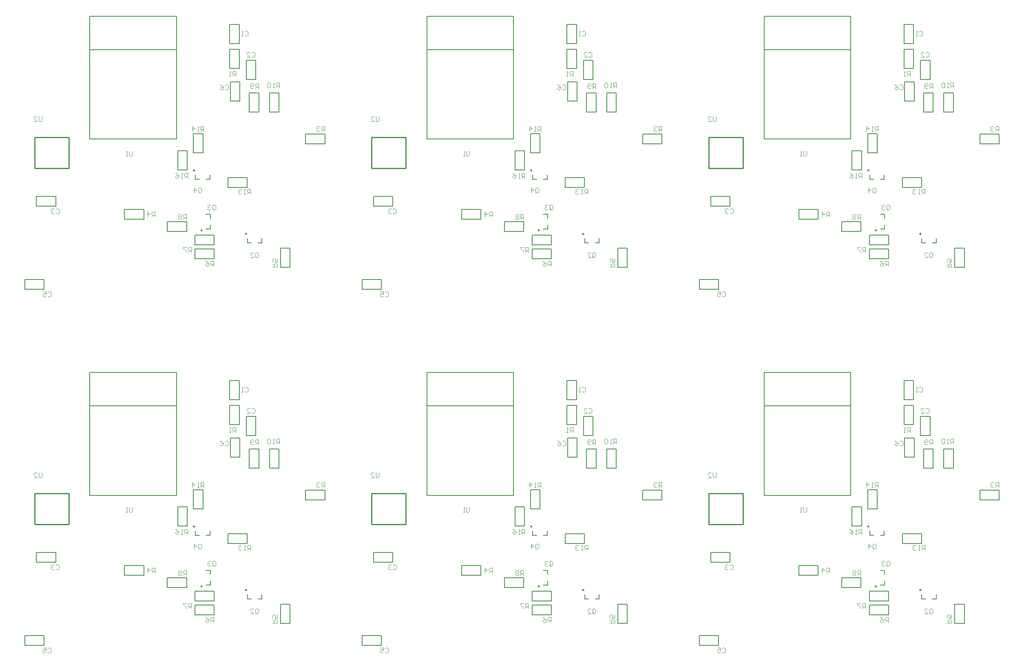
<source format=gbo>
G04 Layer_Color=32896*
%FSLAX25Y25*%
%MOIN*%
G70*
G01*
G75*
%ADD37C,0.00787*%
%ADD38C,0.01000*%
%ADD39C,0.00984*%
%ADD41C,0.00394*%
D37*
X451949Y582374D02*
X459823D01*
X451949Y598122D02*
X459823D01*
X451949Y582374D02*
Y598122D01*
X459823Y582374D02*
Y598122D01*
X293512Y496311D02*
Y504185D01*
X309260Y496311D02*
Y504185D01*
X293512D02*
X309260D01*
X293512Y496311D02*
X309260D01*
X299760Y428311D02*
Y436185D01*
X284012Y428311D02*
Y436185D01*
Y428311D02*
X299760D01*
X284012Y436185D02*
X299760D01*
X365512Y485811D02*
X381260D01*
X365512Y493685D02*
X381260D01*
Y485811D02*
Y493685D01*
X365512Y485811D02*
Y493685D01*
X337008Y551181D02*
Y651575D01*
Y551181D02*
X407874D01*
Y651575D01*
X337008D02*
X407874D01*
X337008Y624409D02*
X407874D01*
X464949Y615622D02*
X472823D01*
X464949Y599874D02*
X472823D01*
Y615622D01*
X464949Y599874D02*
Y615622D01*
X451449Y629374D02*
X459323D01*
X451449Y645122D02*
X459323D01*
X451449Y629374D02*
Y645122D01*
X459323Y629374D02*
Y645122D01*
X465980Y466492D02*
Y470035D01*
Y466492D02*
X469130D01*
X477791D02*
Y470035D01*
X474642Y466492D02*
X477791D01*
X432098Y477843D02*
X435642D01*
Y480992D01*
X432098Y489653D02*
X435642D01*
Y486504D02*
Y489653D01*
X451449Y608874D02*
Y624622D01*
X459323Y608874D02*
Y624622D01*
X451449Y608874D02*
X459323D01*
X451449Y624622D02*
X459323D01*
X529260Y547311D02*
Y555185D01*
X513512Y547311D02*
Y555185D01*
Y547311D02*
X529260D01*
X513512Y555185D02*
X529260D01*
X465760Y511811D02*
Y519685D01*
X450012Y511811D02*
Y519685D01*
Y511811D02*
X465760D01*
X450012Y519685D02*
X465760D01*
X421709Y539902D02*
X429583D01*
X421709Y555650D02*
X429583D01*
X421709Y539902D02*
Y555650D01*
X429583Y539902D02*
Y555650D01*
X492949Y446374D02*
X500823D01*
X492949Y462122D02*
X500823D01*
X492949Y446374D02*
Y462122D01*
X500823Y446374D02*
Y462122D01*
X423012Y464811D02*
Y472685D01*
X438760Y464811D02*
Y472685D01*
X423012D02*
X438760D01*
X423012Y464811D02*
X438760D01*
X400512Y475811D02*
Y483685D01*
X416260Y475811D02*
Y483685D01*
X400512D02*
X416260D01*
X400512Y475811D02*
X416260D01*
X438760Y453311D02*
Y461185D01*
X423012Y453311D02*
Y461185D01*
Y453311D02*
X438760D01*
X423012Y461185D02*
X438760D01*
X467449Y573374D02*
X475323D01*
X467449Y589122D02*
X475323D01*
X467449Y573374D02*
Y589122D01*
X475323Y573374D02*
Y589122D01*
X483949D02*
X491823D01*
X483949Y573374D02*
X491823D01*
Y589122D01*
X483949Y573374D02*
Y589122D01*
X408949Y525874D02*
X416823D01*
X408949Y541622D02*
X416823D01*
X408949Y525874D02*
Y541622D01*
X416823Y525874D02*
Y541622D01*
X423480Y518492D02*
Y522035D01*
Y518492D02*
X426630D01*
X435291D02*
Y522035D01*
X432142Y518492D02*
X435291D01*
X727539Y582374D02*
X735413D01*
X727539Y598122D02*
X735413D01*
X727539Y582374D02*
Y598122D01*
X735413Y582374D02*
Y598122D01*
X569102Y496311D02*
Y504185D01*
X584850Y496311D02*
Y504185D01*
X569102D02*
X584850D01*
X569102Y496311D02*
X584850D01*
X575350Y428311D02*
Y436185D01*
X559602Y428311D02*
Y436185D01*
Y428311D02*
X575350D01*
X559602Y436185D02*
X575350D01*
X641102Y485811D02*
X656850D01*
X641102Y493685D02*
X656850D01*
Y485811D02*
Y493685D01*
X641102Y485811D02*
Y493685D01*
X612598Y551181D02*
Y651575D01*
Y551181D02*
X683465D01*
Y651575D01*
X612598D02*
X683465D01*
X612598Y624409D02*
X683465D01*
X740539Y615622D02*
X748413D01*
X740539Y599874D02*
X748413D01*
Y615622D01*
X740539Y599874D02*
Y615622D01*
X727039Y629374D02*
X734913D01*
X727039Y645122D02*
X734913D01*
X727039Y629374D02*
Y645122D01*
X734913Y629374D02*
Y645122D01*
X741571Y466492D02*
Y470035D01*
Y466492D02*
X744721D01*
X753382D02*
Y470035D01*
X750232Y466492D02*
X753382D01*
X707689Y477843D02*
X711232D01*
Y480992D01*
X707689Y489653D02*
X711232D01*
Y486504D02*
Y489653D01*
X727039Y608874D02*
Y624622D01*
X734913Y608874D02*
Y624622D01*
X727039Y608874D02*
X734913D01*
X727039Y624622D02*
X734913D01*
X804850Y547311D02*
Y555185D01*
X789102Y547311D02*
Y555185D01*
Y547311D02*
X804850D01*
X789102Y555185D02*
X804850D01*
X741350Y511811D02*
Y519685D01*
X725602Y511811D02*
Y519685D01*
Y511811D02*
X741350D01*
X725602Y519685D02*
X741350D01*
X697299Y539902D02*
X705173D01*
X697299Y555650D02*
X705173D01*
X697299Y539902D02*
Y555650D01*
X705173Y539902D02*
Y555650D01*
X768539Y446374D02*
X776413D01*
X768539Y462122D02*
X776413D01*
X768539Y446374D02*
Y462122D01*
X776413Y446374D02*
Y462122D01*
X698602Y464811D02*
Y472685D01*
X714350Y464811D02*
Y472685D01*
X698602D02*
X714350D01*
X698602Y464811D02*
X714350D01*
X676102Y475811D02*
Y483685D01*
X691850Y475811D02*
Y483685D01*
X676102D02*
X691850D01*
X676102Y475811D02*
X691850D01*
X714350Y453311D02*
Y461185D01*
X698602Y453311D02*
Y461185D01*
Y453311D02*
X714350D01*
X698602Y461185D02*
X714350D01*
X743039Y573374D02*
X750913D01*
X743039Y589122D02*
X750913D01*
X743039Y573374D02*
Y589122D01*
X750913Y573374D02*
Y589122D01*
X759539D02*
X767413D01*
X759539Y573374D02*
X767413D01*
Y589122D01*
X759539Y573374D02*
Y589122D01*
X684539Y525874D02*
X692413D01*
X684539Y541622D02*
X692413D01*
X684539Y525874D02*
Y541622D01*
X692413Y525874D02*
Y541622D01*
X699071Y518492D02*
Y522035D01*
Y518492D02*
X702220D01*
X710882D02*
Y522035D01*
X707732Y518492D02*
X710882D01*
X1003130Y582374D02*
X1011004D01*
X1003130Y598122D02*
X1011004D01*
X1003130Y582374D02*
Y598122D01*
X1011004Y582374D02*
Y598122D01*
X844693Y496311D02*
Y504185D01*
X860441Y496311D02*
Y504185D01*
X844693D02*
X860441D01*
X844693Y496311D02*
X860441D01*
X850941Y428311D02*
Y436185D01*
X835193Y428311D02*
Y436185D01*
Y428311D02*
X850941D01*
X835193Y436185D02*
X850941D01*
X916693Y485811D02*
X932441D01*
X916693Y493685D02*
X932441D01*
Y485811D02*
Y493685D01*
X916693Y485811D02*
Y493685D01*
X888189Y551181D02*
Y651575D01*
Y551181D02*
X959055D01*
Y651575D01*
X888189D02*
X959055D01*
X888189Y624409D02*
X959055D01*
X1016130Y615622D02*
X1024004D01*
X1016130Y599874D02*
X1024004D01*
Y615622D01*
X1016130Y599874D02*
Y615622D01*
X1002630Y629374D02*
X1010504D01*
X1002630Y645122D02*
X1010504D01*
X1002630Y629374D02*
Y645122D01*
X1010504Y629374D02*
Y645122D01*
X1017161Y466492D02*
Y470035D01*
Y466492D02*
X1020311D01*
X1028972D02*
Y470035D01*
X1025823Y466492D02*
X1028972D01*
X983280Y477843D02*
X986823D01*
Y480992D01*
X983280Y489653D02*
X986823D01*
Y486504D02*
Y489653D01*
X1002630Y608874D02*
Y624622D01*
X1010504Y608874D02*
Y624622D01*
X1002630Y608874D02*
X1010504D01*
X1002630Y624622D02*
X1010504D01*
X1080441Y547311D02*
Y555185D01*
X1064693Y547311D02*
Y555185D01*
Y547311D02*
X1080441D01*
X1064693Y555185D02*
X1080441D01*
X1016941Y511811D02*
Y519685D01*
X1001193Y511811D02*
Y519685D01*
Y511811D02*
X1016941D01*
X1001193Y519685D02*
X1016941D01*
X972890Y539902D02*
X980764D01*
X972890Y555650D02*
X980764D01*
X972890Y539902D02*
Y555650D01*
X980764Y539902D02*
Y555650D01*
X1044130Y446374D02*
X1052004D01*
X1044130Y462122D02*
X1052004D01*
X1044130Y446374D02*
Y462122D01*
X1052004Y446374D02*
Y462122D01*
X974193Y464811D02*
Y472685D01*
X989941Y464811D02*
Y472685D01*
X974193D02*
X989941D01*
X974193Y464811D02*
X989941D01*
X951693Y475811D02*
Y483685D01*
X967441Y475811D02*
Y483685D01*
X951693D02*
X967441D01*
X951693Y475811D02*
X967441D01*
X989941Y453311D02*
Y461185D01*
X974193Y453311D02*
Y461185D01*
Y453311D02*
X989941D01*
X974193Y461185D02*
X989941D01*
X1018630Y573374D02*
X1026504D01*
X1018630Y589122D02*
X1026504D01*
X1018630Y573374D02*
Y589122D01*
X1026504Y573374D02*
Y589122D01*
X1035130D02*
X1043004D01*
X1035130Y573374D02*
X1043004D01*
Y589122D01*
X1035130Y573374D02*
Y589122D01*
X960130Y525874D02*
X968004D01*
X960130Y541622D02*
X968004D01*
X960130Y525874D02*
Y541622D01*
X968004Y525874D02*
Y541622D01*
X974661Y518492D02*
Y522035D01*
Y518492D02*
X977811D01*
X986472D02*
Y522035D01*
X983323Y518492D02*
X986472D01*
X451949Y873713D02*
X459823D01*
X451949Y889461D02*
X459823D01*
X451949Y873713D02*
Y889461D01*
X459823Y873713D02*
Y889461D01*
X293512Y787650D02*
Y795524D01*
X309260Y787650D02*
Y795524D01*
X293512D02*
X309260D01*
X293512Y787650D02*
X309260D01*
X299760Y719650D02*
Y727524D01*
X284012Y719650D02*
Y727524D01*
Y719650D02*
X299760D01*
X284012Y727524D02*
X299760D01*
X365512Y777150D02*
X381260D01*
X365512Y785024D02*
X381260D01*
Y777150D02*
Y785024D01*
X365512Y777150D02*
Y785024D01*
X337008Y842520D02*
Y942913D01*
Y842520D02*
X407874D01*
Y942913D01*
X337008D02*
X407874D01*
X337008Y915748D02*
X407874D01*
X464949Y906961D02*
X472823D01*
X464949Y891213D02*
X472823D01*
Y906961D01*
X464949Y891213D02*
Y906961D01*
X451449Y920713D02*
X459323D01*
X451449Y936461D02*
X459323D01*
X451449Y920713D02*
Y936461D01*
X459323Y920713D02*
Y936461D01*
X465980Y757831D02*
Y761374D01*
Y757831D02*
X469130D01*
X477791D02*
Y761374D01*
X474642Y757831D02*
X477791D01*
X432098Y769181D02*
X435642D01*
Y772331D01*
X432098Y780992D02*
X435642D01*
Y777843D02*
Y780992D01*
X451449Y900213D02*
Y915961D01*
X459323Y900213D02*
Y915961D01*
X451449Y900213D02*
X459323D01*
X451449Y915961D02*
X459323D01*
X529260Y838650D02*
Y846524D01*
X513512Y838650D02*
Y846524D01*
Y838650D02*
X529260D01*
X513512Y846524D02*
X529260D01*
X465760Y803150D02*
Y811024D01*
X450012Y803150D02*
Y811024D01*
Y803150D02*
X465760D01*
X450012Y811024D02*
X465760D01*
X421709Y831240D02*
X429583D01*
X421709Y846988D02*
X429583D01*
X421709Y831240D02*
Y846988D01*
X429583Y831240D02*
Y846988D01*
X492949Y737713D02*
X500823D01*
X492949Y753461D02*
X500823D01*
X492949Y737713D02*
Y753461D01*
X500823Y737713D02*
Y753461D01*
X423012Y756150D02*
Y764024D01*
X438760Y756150D02*
Y764024D01*
X423012D02*
X438760D01*
X423012Y756150D02*
X438760D01*
X400512Y767150D02*
Y775024D01*
X416260Y767150D02*
Y775024D01*
X400512D02*
X416260D01*
X400512Y767150D02*
X416260D01*
X438760Y744650D02*
Y752524D01*
X423012Y744650D02*
Y752524D01*
Y744650D02*
X438760D01*
X423012Y752524D02*
X438760D01*
X467449Y864713D02*
X475323D01*
X467449Y880461D02*
X475323D01*
X467449Y864713D02*
Y880461D01*
X475323Y864713D02*
Y880461D01*
X483949D02*
X491823D01*
X483949Y864713D02*
X491823D01*
Y880461D01*
X483949Y864713D02*
Y880461D01*
X408949Y817213D02*
X416823D01*
X408949Y832961D02*
X416823D01*
X408949Y817213D02*
Y832961D01*
X416823Y817213D02*
Y832961D01*
X423480Y809831D02*
Y813374D01*
Y809831D02*
X426630D01*
X435291D02*
Y813374D01*
X432142Y809831D02*
X435291D01*
X727539Y873713D02*
X735413D01*
X727539Y889461D02*
X735413D01*
X727539Y873713D02*
Y889461D01*
X735413Y873713D02*
Y889461D01*
X569102Y787650D02*
Y795524D01*
X584850Y787650D02*
Y795524D01*
X569102D02*
X584850D01*
X569102Y787650D02*
X584850D01*
X575350Y719650D02*
Y727524D01*
X559602Y719650D02*
Y727524D01*
Y719650D02*
X575350D01*
X559602Y727524D02*
X575350D01*
X641102Y777150D02*
X656850D01*
X641102Y785024D02*
X656850D01*
Y777150D02*
Y785024D01*
X641102Y777150D02*
Y785024D01*
X612598Y842520D02*
Y942913D01*
Y842520D02*
X683465D01*
Y942913D01*
X612598D02*
X683465D01*
X612598Y915748D02*
X683465D01*
X740539Y906961D02*
X748413D01*
X740539Y891213D02*
X748413D01*
Y906961D01*
X740539Y891213D02*
Y906961D01*
X727039Y920713D02*
X734913D01*
X727039Y936461D02*
X734913D01*
X727039Y920713D02*
Y936461D01*
X734913Y920713D02*
Y936461D01*
X741571Y757831D02*
Y761374D01*
Y757831D02*
X744721D01*
X753382D02*
Y761374D01*
X750232Y757831D02*
X753382D01*
X707689Y769181D02*
X711232D01*
Y772331D01*
X707689Y780992D02*
X711232D01*
Y777843D02*
Y780992D01*
X727039Y900213D02*
Y915961D01*
X734913Y900213D02*
Y915961D01*
X727039Y900213D02*
X734913D01*
X727039Y915961D02*
X734913D01*
X804850Y838650D02*
Y846524D01*
X789102Y838650D02*
Y846524D01*
Y838650D02*
X804850D01*
X789102Y846524D02*
X804850D01*
X741350Y803150D02*
Y811024D01*
X725602Y803150D02*
Y811024D01*
Y803150D02*
X741350D01*
X725602Y811024D02*
X741350D01*
X697299Y831240D02*
X705173D01*
X697299Y846988D02*
X705173D01*
X697299Y831240D02*
Y846988D01*
X705173Y831240D02*
Y846988D01*
X768539Y737713D02*
X776413D01*
X768539Y753461D02*
X776413D01*
X768539Y737713D02*
Y753461D01*
X776413Y737713D02*
Y753461D01*
X698602Y756150D02*
Y764024D01*
X714350Y756150D02*
Y764024D01*
X698602D02*
X714350D01*
X698602Y756150D02*
X714350D01*
X676102Y767150D02*
Y775024D01*
X691850Y767150D02*
Y775024D01*
X676102D02*
X691850D01*
X676102Y767150D02*
X691850D01*
X714350Y744650D02*
Y752524D01*
X698602Y744650D02*
Y752524D01*
Y744650D02*
X714350D01*
X698602Y752524D02*
X714350D01*
X743039Y864713D02*
X750913D01*
X743039Y880461D02*
X750913D01*
X743039Y864713D02*
Y880461D01*
X750913Y864713D02*
Y880461D01*
X759539D02*
X767413D01*
X759539Y864713D02*
X767413D01*
Y880461D01*
X759539Y864713D02*
Y880461D01*
X684539Y817213D02*
X692413D01*
X684539Y832961D02*
X692413D01*
X684539Y817213D02*
Y832961D01*
X692413Y817213D02*
Y832961D01*
X699071Y809831D02*
Y813374D01*
Y809831D02*
X702220D01*
X710882D02*
Y813374D01*
X707732Y809831D02*
X710882D01*
X1003130Y873713D02*
X1011004D01*
X1003130Y889461D02*
X1011004D01*
X1003130Y873713D02*
Y889461D01*
X1011004Y873713D02*
Y889461D01*
X844693Y787650D02*
Y795524D01*
X860441Y787650D02*
Y795524D01*
X844693D02*
X860441D01*
X844693Y787650D02*
X860441D01*
X850941Y719650D02*
Y727524D01*
X835193Y719650D02*
Y727524D01*
Y719650D02*
X850941D01*
X835193Y727524D02*
X850941D01*
X916693Y777150D02*
X932441D01*
X916693Y785024D02*
X932441D01*
Y777150D02*
Y785024D01*
X916693Y777150D02*
Y785024D01*
X888189Y842520D02*
Y942913D01*
Y842520D02*
X959055D01*
Y942913D01*
X888189D02*
X959055D01*
X888189Y915748D02*
X959055D01*
X1016130Y906961D02*
X1024004D01*
X1016130Y891213D02*
X1024004D01*
Y906961D01*
X1016130Y891213D02*
Y906961D01*
X1002630Y920713D02*
X1010504D01*
X1002630Y936461D02*
X1010504D01*
X1002630Y920713D02*
Y936461D01*
X1010504Y920713D02*
Y936461D01*
X1017161Y757831D02*
Y761374D01*
Y757831D02*
X1020311D01*
X1028972D02*
Y761374D01*
X1025823Y757831D02*
X1028972D01*
X983280Y769181D02*
X986823D01*
Y772331D01*
X983280Y780992D02*
X986823D01*
Y777843D02*
Y780992D01*
X1002630Y900213D02*
Y915961D01*
X1010504Y900213D02*
Y915961D01*
X1002630Y900213D02*
X1010504D01*
X1002630Y915961D02*
X1010504D01*
X1080441Y838650D02*
Y846524D01*
X1064693Y838650D02*
Y846524D01*
Y838650D02*
X1080441D01*
X1064693Y846524D02*
X1080441D01*
X1016941Y803150D02*
Y811024D01*
X1001193Y803150D02*
Y811024D01*
Y803150D02*
X1016941D01*
X1001193Y811024D02*
X1016941D01*
X972890Y831240D02*
X980764D01*
X972890Y846988D02*
X980764D01*
X972890Y831240D02*
Y846988D01*
X980764Y831240D02*
Y846988D01*
X1044130Y737713D02*
X1052004D01*
X1044130Y753461D02*
X1052004D01*
X1044130Y737713D02*
Y753461D01*
X1052004Y737713D02*
Y753461D01*
X974193Y756150D02*
Y764024D01*
X989941Y756150D02*
Y764024D01*
X974193D02*
X989941D01*
X974193Y756150D02*
X989941D01*
X951693Y767150D02*
Y775024D01*
X967441Y767150D02*
Y775024D01*
X951693D02*
X967441D01*
X951693Y767150D02*
X967441D01*
X989941Y744650D02*
Y752524D01*
X974193Y744650D02*
Y752524D01*
Y744650D02*
X989941D01*
X974193Y752524D02*
X989941D01*
X1018630Y864713D02*
X1026504D01*
X1018630Y880461D02*
X1026504D01*
X1018630Y864713D02*
Y880461D01*
X1026504Y864713D02*
Y880461D01*
X1035130D02*
X1043004D01*
X1035130Y864713D02*
X1043004D01*
Y880461D01*
X1035130Y864713D02*
Y880461D01*
X960130Y817213D02*
X968004D01*
X960130Y832961D02*
X968004D01*
X960130Y817213D02*
Y832961D01*
X968004Y817213D02*
Y832961D01*
X974661Y809831D02*
Y813374D01*
Y809831D02*
X977811D01*
X986472D02*
Y813374D01*
X983323Y809831D02*
X986472D01*
D38*
X291886Y552748D02*
X319886D01*
X291886Y527248D02*
Y552748D01*
Y527248D02*
X319886D01*
Y552748D01*
X567476D02*
X595476D01*
X567476Y527248D02*
Y552748D01*
Y527248D02*
X595476D01*
Y552748D01*
X843067D02*
X871067D01*
X843067Y527248D02*
Y552748D01*
Y527248D02*
X871067D01*
Y552748D01*
X291886Y844087D02*
X319886D01*
X291886Y818587D02*
Y844087D01*
Y818587D02*
X319886D01*
Y844087D01*
X567476D02*
X595476D01*
X567476Y818587D02*
Y844087D01*
Y818587D02*
X595476D01*
Y844087D01*
X843067D02*
X871067D01*
X843067Y818587D02*
Y844087D01*
Y818587D02*
X871067D01*
Y844087D01*
D39*
X465291Y473677D02*
G03*
X465291Y473677I-492J0D01*
G01*
X428949Y476661D02*
G03*
X428949Y476661I-492J0D01*
G01*
X422791Y525677D02*
G03*
X422791Y525677I-492J0D01*
G01*
X740882Y473677D02*
G03*
X740882Y473677I-492J0D01*
G01*
X704539Y476661D02*
G03*
X704539Y476661I-492J0D01*
G01*
X698382Y525677D02*
G03*
X698382Y525677I-492J0D01*
G01*
X1016472Y473677D02*
G03*
X1016472Y473677I-492J0D01*
G01*
X980130Y476661D02*
G03*
X980130Y476661I-492J0D01*
G01*
X973972Y525677D02*
G03*
X973972Y525677I-492J0D01*
G01*
X465291Y765016D02*
G03*
X465291Y765016I-492J0D01*
G01*
X428949Y768000D02*
G03*
X428949Y768000I-492J0D01*
G01*
X422791Y817016D02*
G03*
X422791Y817016I-492J0D01*
G01*
X740882Y765016D02*
G03*
X740882Y765016I-492J0D01*
G01*
X704539Y768000D02*
G03*
X704539Y768000I-492J0D01*
G01*
X698382Y817016D02*
G03*
X698382Y817016I-492J0D01*
G01*
X1016472Y765016D02*
G03*
X1016472Y765016I-492J0D01*
G01*
X980130Y768000D02*
G03*
X980130Y768000I-492J0D01*
G01*
X973972Y817016D02*
G03*
X973972Y817016I-492J0D01*
G01*
D41*
X447762Y595028D02*
X448418Y595684D01*
X449730D01*
X450386Y595028D01*
Y592404D01*
X449730Y591748D01*
X448418D01*
X447762Y592404D01*
X443826Y595684D02*
X445138Y595028D01*
X446450Y593716D01*
Y592404D01*
X445794Y591748D01*
X444482D01*
X443826Y592404D01*
Y593060D01*
X444482Y593716D01*
X446450D01*
X371886Y541184D02*
Y537904D01*
X371230Y537248D01*
X369918D01*
X369262Y537904D01*
Y541184D01*
X367950Y537248D02*
X366638D01*
X367294D01*
Y541184D01*
X367950Y540528D01*
X491886Y593248D02*
Y597184D01*
X489918D01*
X489262Y596528D01*
Y595216D01*
X489918Y594560D01*
X491886D01*
X490574D02*
X489262Y593248D01*
X487950D02*
X486638D01*
X487294D01*
Y597184D01*
X487950Y596528D01*
X484670D02*
X484014Y597184D01*
X482702D01*
X482047Y596528D01*
Y593904D01*
X482702Y593248D01*
X484014D01*
X484670Y593904D01*
Y596528D01*
X390386Y487748D02*
Y491684D01*
X388418D01*
X387762Y491028D01*
Y489716D01*
X388418Y489060D01*
X390386D01*
X389074D02*
X387762Y487748D01*
X384482D02*
Y491684D01*
X386450Y489716D01*
X383826D01*
X302762Y425528D02*
X303418Y426184D01*
X304730D01*
X305386Y425528D01*
Y422904D01*
X304730Y422248D01*
X303418D01*
X302762Y422904D01*
X298826Y426184D02*
X301450D01*
Y424216D01*
X300138Y424872D01*
X299482D01*
X298826Y424216D01*
Y422904D01*
X299482Y422248D01*
X300794D01*
X301450Y422904D01*
X309262Y493528D02*
X309918Y494184D01*
X311230D01*
X311886Y493528D01*
Y490904D01*
X311230Y490248D01*
X309918D01*
X309262Y490904D01*
X307950Y493528D02*
X307294Y494184D01*
X305982D01*
X305326Y493528D01*
Y492872D01*
X305982Y492216D01*
X306638D01*
X305982D01*
X305326Y491560D01*
Y490904D01*
X305982Y490248D01*
X307294D01*
X307950Y490904D01*
X469262Y621528D02*
X469918Y622184D01*
X471230D01*
X471886Y621528D01*
Y618904D01*
X471230Y618248D01*
X469918D01*
X469262Y618904D01*
X465326Y618248D02*
X467950D01*
X465326Y620872D01*
Y621528D01*
X465982Y622184D01*
X467294D01*
X467950Y621528D01*
X463762Y639028D02*
X464418Y639684D01*
X465730D01*
X466386Y639028D01*
Y636404D01*
X465730Y635748D01*
X464418D01*
X463762Y636404D01*
X462450Y635748D02*
X461138D01*
X461794D01*
Y639684D01*
X462450Y639028D01*
X472262Y454904D02*
Y457528D01*
X472918Y458184D01*
X474230D01*
X474886Y457528D01*
Y454904D01*
X474230Y454248D01*
X472918D01*
X473574Y455560D02*
X472262Y454248D01*
X472918D02*
X472262Y454904D01*
X468326Y454248D02*
X470950D01*
X468326Y456872D01*
Y457528D01*
X468982Y458184D01*
X470294D01*
X470950Y457528D01*
X437262Y493904D02*
Y496528D01*
X437918Y497184D01*
X439230D01*
X439886Y496528D01*
Y493904D01*
X439230Y493248D01*
X437918D01*
X438574Y494560D02*
X437262Y493248D01*
X437918D02*
X437262Y493904D01*
X435950Y496528D02*
X435294Y497184D01*
X433982D01*
X433326Y496528D01*
Y495872D01*
X433982Y495216D01*
X434638D01*
X433982D01*
X433326Y494560D01*
Y493904D01*
X433982Y493248D01*
X435294D01*
X435950Y493904D01*
X456386Y602748D02*
Y606684D01*
X454418D01*
X453762Y606028D01*
Y604716D01*
X454418Y604060D01*
X456386D01*
X455074D02*
X453762Y602748D01*
X452450D02*
X451138D01*
X451794D01*
Y606684D01*
X452450Y606028D01*
X528886Y557748D02*
Y561684D01*
X526918D01*
X526262Y561028D01*
Y559716D01*
X526918Y559060D01*
X528886D01*
X527574D02*
X526262Y557748D01*
X524950Y561028D02*
X524294Y561684D01*
X522982D01*
X522326Y561028D01*
Y560372D01*
X522982Y559716D01*
X523638D01*
X522982D01*
X522326Y559060D01*
Y558404D01*
X522982Y557748D01*
X524294D01*
X524950Y558404D01*
X468386Y506248D02*
Y510184D01*
X466418D01*
X465762Y509528D01*
Y508216D01*
X466418Y507560D01*
X468386D01*
X467074D02*
X465762Y506248D01*
X464450D02*
X463138D01*
X463794D01*
Y510184D01*
X464450Y509528D01*
X461170D02*
X460514Y510184D01*
X459202D01*
X458546Y509528D01*
Y508872D01*
X459202Y508216D01*
X459858D01*
X459202D01*
X458546Y507560D01*
Y506904D01*
X459202Y506248D01*
X460514D01*
X461170Y506904D01*
X430146Y557776D02*
Y561711D01*
X428178D01*
X427522Y561055D01*
Y559743D01*
X428178Y559088D01*
X430146D01*
X428834D02*
X427522Y557776D01*
X426210D02*
X424898D01*
X425554D01*
Y561711D01*
X426210Y561055D01*
X420962Y557776D02*
Y561711D01*
X422930Y559743D01*
X420306D01*
X474886Y592748D02*
Y596684D01*
X472918D01*
X472262Y596028D01*
Y594716D01*
X472918Y594060D01*
X474886D01*
X473574D02*
X472262Y592748D01*
X470950Y593404D02*
X470294Y592748D01*
X468982D01*
X468326Y593404D01*
Y596028D01*
X468982Y596684D01*
X470294D01*
X470950Y596028D01*
Y595372D01*
X470294Y594716D01*
X468326D01*
X486386Y446776D02*
X490322D01*
Y448743D01*
X489666Y449399D01*
X488354D01*
X487698Y448743D01*
Y446776D01*
Y448088D02*
X486386Y449399D01*
X490322Y453335D02*
Y450711D01*
X488354D01*
X489010Y452023D01*
Y452679D01*
X488354Y453335D01*
X487042D01*
X486386Y452679D01*
Y451367D01*
X487042Y450711D01*
X419886Y458748D02*
Y462684D01*
X417918D01*
X417262Y462028D01*
Y460716D01*
X417918Y460060D01*
X419886D01*
X418574D02*
X417262Y458748D01*
X415950Y462684D02*
X413326D01*
Y462028D01*
X415950Y459404D01*
Y458748D01*
X415886Y485748D02*
Y489684D01*
X413918D01*
X413262Y489028D01*
Y487716D01*
X413918Y487060D01*
X415886D01*
X414574D02*
X413262Y485748D01*
X411950Y489028D02*
X411294Y489684D01*
X409982D01*
X409326Y489028D01*
Y488372D01*
X409982Y487716D01*
X409326Y487060D01*
Y486404D01*
X409982Y485748D01*
X411294D01*
X411950Y486404D01*
Y487060D01*
X411294Y487716D01*
X411950Y488372D01*
Y489028D01*
X411294Y487716D02*
X409982D01*
X438386Y447248D02*
Y451184D01*
X436418D01*
X435762Y450528D01*
Y449216D01*
X436418Y448560D01*
X438386D01*
X437074D02*
X435762Y447248D01*
X431826Y451184D02*
X433138Y450528D01*
X434450Y449216D01*
Y447904D01*
X433794Y447248D01*
X432482D01*
X431826Y447904D01*
Y448560D01*
X432482Y449216D01*
X434450D01*
X425762Y507904D02*
Y510528D01*
X426418Y511184D01*
X427730D01*
X428386Y510528D01*
Y507904D01*
X427730Y507248D01*
X426418D01*
X427074Y508560D02*
X425762Y507248D01*
X426418D02*
X425762Y507904D01*
X422482Y507248D02*
Y511184D01*
X424450Y509216D01*
X421826D01*
X416886Y519248D02*
Y523184D01*
X414918D01*
X414262Y522528D01*
Y521216D01*
X414918Y520560D01*
X416886D01*
X415574D02*
X414262Y519248D01*
X412950D02*
X411638D01*
X412294D01*
Y523184D01*
X412950Y522528D01*
X407047Y523184D02*
X408358Y522528D01*
X409670Y521216D01*
Y519904D01*
X409014Y519248D01*
X407702D01*
X407047Y519904D01*
Y520560D01*
X407702Y521216D01*
X409670D01*
X297886Y569684D02*
Y566404D01*
X297230Y565748D01*
X295918D01*
X295262Y566404D01*
Y569684D01*
X291326Y565748D02*
X293950D01*
X291326Y568372D01*
Y569028D01*
X291982Y569684D01*
X293294D01*
X293950Y569028D01*
X723353Y595028D02*
X724009Y595684D01*
X725320D01*
X725976Y595028D01*
Y592404D01*
X725320Y591748D01*
X724009D01*
X723353Y592404D01*
X719417Y595684D02*
X720729Y595028D01*
X722041Y593716D01*
Y592404D01*
X721385Y591748D01*
X720073D01*
X719417Y592404D01*
Y593060D01*
X720073Y593716D01*
X722041D01*
X647476Y541184D02*
Y537904D01*
X646820Y537248D01*
X645508D01*
X644853Y537904D01*
Y541184D01*
X643541Y537248D02*
X642229D01*
X642885D01*
Y541184D01*
X643541Y540528D01*
X767476Y593248D02*
Y597184D01*
X765509D01*
X764853Y596528D01*
Y595216D01*
X765509Y594560D01*
X767476D01*
X766164D02*
X764853Y593248D01*
X763541D02*
X762229D01*
X762885D01*
Y597184D01*
X763541Y596528D01*
X760261D02*
X759605Y597184D01*
X758293D01*
X757637Y596528D01*
Y593904D01*
X758293Y593248D01*
X759605D01*
X760261Y593904D01*
Y596528D01*
X665976Y487748D02*
Y491684D01*
X664009D01*
X663353Y491028D01*
Y489716D01*
X664009Y489060D01*
X665976D01*
X664665D02*
X663353Y487748D01*
X660073D02*
Y491684D01*
X662041Y489716D01*
X659417D01*
X578353Y425528D02*
X579008Y426184D01*
X580320D01*
X580976Y425528D01*
Y422904D01*
X580320Y422248D01*
X579008D01*
X578353Y422904D01*
X574417Y426184D02*
X577041D01*
Y424216D01*
X575729Y424872D01*
X575073D01*
X574417Y424216D01*
Y422904D01*
X575073Y422248D01*
X576385D01*
X577041Y422904D01*
X584853Y493528D02*
X585508Y494184D01*
X586820D01*
X587476Y493528D01*
Y490904D01*
X586820Y490248D01*
X585508D01*
X584853Y490904D01*
X583541Y493528D02*
X582885Y494184D01*
X581573D01*
X580917Y493528D01*
Y492872D01*
X581573Y492216D01*
X582229D01*
X581573D01*
X580917Y491560D01*
Y490904D01*
X581573Y490248D01*
X582885D01*
X583541Y490904D01*
X744853Y621528D02*
X745508Y622184D01*
X746820D01*
X747476Y621528D01*
Y618904D01*
X746820Y618248D01*
X745508D01*
X744853Y618904D01*
X740917Y618248D02*
X743541D01*
X740917Y620872D01*
Y621528D01*
X741573Y622184D01*
X742885D01*
X743541Y621528D01*
X739353Y639028D02*
X740008Y639684D01*
X741320D01*
X741976Y639028D01*
Y636404D01*
X741320Y635748D01*
X740008D01*
X739353Y636404D01*
X738041Y635748D02*
X736729D01*
X737385D01*
Y639684D01*
X738041Y639028D01*
X747853Y454904D02*
Y457528D01*
X748509Y458184D01*
X749820D01*
X750476Y457528D01*
Y454904D01*
X749820Y454248D01*
X748509D01*
X749164Y455560D02*
X747853Y454248D01*
X748509D02*
X747853Y454904D01*
X743917Y454248D02*
X746541D01*
X743917Y456872D01*
Y457528D01*
X744573Y458184D01*
X745885D01*
X746541Y457528D01*
X712853Y493904D02*
Y496528D01*
X713509Y497184D01*
X714820D01*
X715476Y496528D01*
Y493904D01*
X714820Y493248D01*
X713509D01*
X714164Y494560D02*
X712853Y493248D01*
X713509D02*
X712853Y493904D01*
X711541Y496528D02*
X710885Y497184D01*
X709573D01*
X708917Y496528D01*
Y495872D01*
X709573Y495216D01*
X710229D01*
X709573D01*
X708917Y494560D01*
Y493904D01*
X709573Y493248D01*
X710885D01*
X711541Y493904D01*
X731976Y602748D02*
Y606684D01*
X730009D01*
X729353Y606028D01*
Y604716D01*
X730009Y604060D01*
X731976D01*
X730664D02*
X729353Y602748D01*
X728041D02*
X726729D01*
X727385D01*
Y606684D01*
X728041Y606028D01*
X804476Y557748D02*
Y561684D01*
X802509D01*
X801853Y561028D01*
Y559716D01*
X802509Y559060D01*
X804476D01*
X803164D02*
X801853Y557748D01*
X800541Y561028D02*
X799885Y561684D01*
X798573D01*
X797917Y561028D01*
Y560372D01*
X798573Y559716D01*
X799229D01*
X798573D01*
X797917Y559060D01*
Y558404D01*
X798573Y557748D01*
X799885D01*
X800541Y558404D01*
X743976Y506248D02*
Y510184D01*
X742008D01*
X741353Y509528D01*
Y508216D01*
X742008Y507560D01*
X743976D01*
X742664D02*
X741353Y506248D01*
X740041D02*
X738729D01*
X739385D01*
Y510184D01*
X740041Y509528D01*
X736761D02*
X736105Y510184D01*
X734793D01*
X734137Y509528D01*
Y508872D01*
X734793Y508216D01*
X735449D01*
X734793D01*
X734137Y507560D01*
Y506904D01*
X734793Y506248D01*
X736105D01*
X736761Y506904D01*
X705736Y557776D02*
Y561711D01*
X703768D01*
X703112Y561055D01*
Y559743D01*
X703768Y559088D01*
X705736D01*
X704424D02*
X703112Y557776D01*
X701800D02*
X700489D01*
X701145D01*
Y561711D01*
X701800Y561055D01*
X696553Y557776D02*
Y561711D01*
X698521Y559743D01*
X695897D01*
X750476Y592748D02*
Y596684D01*
X748509D01*
X747853Y596028D01*
Y594716D01*
X748509Y594060D01*
X750476D01*
X749164D02*
X747853Y592748D01*
X746541Y593404D02*
X745885Y592748D01*
X744573D01*
X743917Y593404D01*
Y596028D01*
X744573Y596684D01*
X745885D01*
X746541Y596028D01*
Y595372D01*
X745885Y594716D01*
X743917D01*
X761976Y446776D02*
X765912D01*
Y448743D01*
X765256Y449399D01*
X763944D01*
X763288Y448743D01*
Y446776D01*
Y448088D02*
X761976Y449399D01*
X765912Y453335D02*
Y450711D01*
X763944D01*
X764600Y452023D01*
Y452679D01*
X763944Y453335D01*
X762632D01*
X761976Y452679D01*
Y451367D01*
X762632Y450711D01*
X695476Y458748D02*
Y462684D01*
X693508D01*
X692853Y462028D01*
Y460716D01*
X693508Y460060D01*
X695476D01*
X694165D02*
X692853Y458748D01*
X691541Y462684D02*
X688917D01*
Y462028D01*
X691541Y459404D01*
Y458748D01*
X691476Y485748D02*
Y489684D01*
X689508D01*
X688853Y489028D01*
Y487716D01*
X689508Y487060D01*
X691476D01*
X690165D02*
X688853Y485748D01*
X687541Y489028D02*
X686885Y489684D01*
X685573D01*
X684917Y489028D01*
Y488372D01*
X685573Y487716D01*
X684917Y487060D01*
Y486404D01*
X685573Y485748D01*
X686885D01*
X687541Y486404D01*
Y487060D01*
X686885Y487716D01*
X687541Y488372D01*
Y489028D01*
X686885Y487716D02*
X685573D01*
X713976Y447248D02*
Y451184D01*
X712008D01*
X711353Y450528D01*
Y449216D01*
X712008Y448560D01*
X713976D01*
X712665D02*
X711353Y447248D01*
X707417Y451184D02*
X708729Y450528D01*
X710041Y449216D01*
Y447904D01*
X709385Y447248D01*
X708073D01*
X707417Y447904D01*
Y448560D01*
X708073Y449216D01*
X710041D01*
X701353Y507904D02*
Y510528D01*
X702008Y511184D01*
X703320D01*
X703976Y510528D01*
Y507904D01*
X703320Y507248D01*
X702008D01*
X702665Y508560D02*
X701353Y507248D01*
X702008D02*
X701353Y507904D01*
X698073Y507248D02*
Y511184D01*
X700041Y509216D01*
X697417D01*
X692476Y519248D02*
Y523184D01*
X690509D01*
X689853Y522528D01*
Y521216D01*
X690509Y520560D01*
X692476D01*
X691164D02*
X689853Y519248D01*
X688541D02*
X687229D01*
X687885D01*
Y523184D01*
X688541Y522528D01*
X682637Y523184D02*
X683949Y522528D01*
X685261Y521216D01*
Y519904D01*
X684605Y519248D01*
X683293D01*
X682637Y519904D01*
Y520560D01*
X683293Y521216D01*
X685261D01*
X573476Y569684D02*
Y566404D01*
X572820Y565748D01*
X571509D01*
X570853Y566404D01*
Y569684D01*
X566917Y565748D02*
X569541D01*
X566917Y568372D01*
Y569028D01*
X567573Y569684D01*
X568885D01*
X569541Y569028D01*
X998943Y595028D02*
X999599Y595684D01*
X1000911D01*
X1001567Y595028D01*
Y592404D01*
X1000911Y591748D01*
X999599D01*
X998943Y592404D01*
X995007Y595684D02*
X996319Y595028D01*
X997631Y593716D01*
Y592404D01*
X996975Y591748D01*
X995663D01*
X995007Y592404D01*
Y593060D01*
X995663Y593716D01*
X997631D01*
X923067Y541184D02*
Y537904D01*
X922411Y537248D01*
X921099D01*
X920443Y537904D01*
Y541184D01*
X919131Y537248D02*
X917819D01*
X918475D01*
Y541184D01*
X919131Y540528D01*
X1043067Y593248D02*
Y597184D01*
X1041099D01*
X1040443Y596528D01*
Y595216D01*
X1041099Y594560D01*
X1043067D01*
X1041755D02*
X1040443Y593248D01*
X1039131D02*
X1037819D01*
X1038475D01*
Y597184D01*
X1039131Y596528D01*
X1035851D02*
X1035195Y597184D01*
X1033883D01*
X1033228Y596528D01*
Y593904D01*
X1033883Y593248D01*
X1035195D01*
X1035851Y593904D01*
Y596528D01*
X941567Y487748D02*
Y491684D01*
X939599D01*
X938943Y491028D01*
Y489716D01*
X939599Y489060D01*
X941567D01*
X940255D02*
X938943Y487748D01*
X935663D02*
Y491684D01*
X937631Y489716D01*
X935007D01*
X853943Y425528D02*
X854599Y426184D01*
X855911D01*
X856567Y425528D01*
Y422904D01*
X855911Y422248D01*
X854599D01*
X853943Y422904D01*
X850007Y426184D02*
X852631D01*
Y424216D01*
X851319Y424872D01*
X850663D01*
X850007Y424216D01*
Y422904D01*
X850663Y422248D01*
X851975D01*
X852631Y422904D01*
X860443Y493528D02*
X861099Y494184D01*
X862411D01*
X863067Y493528D01*
Y490904D01*
X862411Y490248D01*
X861099D01*
X860443Y490904D01*
X859131Y493528D02*
X858475Y494184D01*
X857163D01*
X856507Y493528D01*
Y492872D01*
X857163Y492216D01*
X857819D01*
X857163D01*
X856507Y491560D01*
Y490904D01*
X857163Y490248D01*
X858475D01*
X859131Y490904D01*
X1020443Y621528D02*
X1021099Y622184D01*
X1022411D01*
X1023067Y621528D01*
Y618904D01*
X1022411Y618248D01*
X1021099D01*
X1020443Y618904D01*
X1016507Y618248D02*
X1019131D01*
X1016507Y620872D01*
Y621528D01*
X1017163Y622184D01*
X1018475D01*
X1019131Y621528D01*
X1014943Y639028D02*
X1015599Y639684D01*
X1016911D01*
X1017567Y639028D01*
Y636404D01*
X1016911Y635748D01*
X1015599D01*
X1014943Y636404D01*
X1013631Y635748D02*
X1012319D01*
X1012975D01*
Y639684D01*
X1013631Y639028D01*
X1023443Y454904D02*
Y457528D01*
X1024099Y458184D01*
X1025411D01*
X1026067Y457528D01*
Y454904D01*
X1025411Y454248D01*
X1024099D01*
X1024755Y455560D02*
X1023443Y454248D01*
X1024099D02*
X1023443Y454904D01*
X1019507Y454248D02*
X1022131D01*
X1019507Y456872D01*
Y457528D01*
X1020163Y458184D01*
X1021475D01*
X1022131Y457528D01*
X988443Y493904D02*
Y496528D01*
X989099Y497184D01*
X990411D01*
X991067Y496528D01*
Y493904D01*
X990411Y493248D01*
X989099D01*
X989755Y494560D02*
X988443Y493248D01*
X989099D02*
X988443Y493904D01*
X987131Y496528D02*
X986475Y497184D01*
X985163D01*
X984507Y496528D01*
Y495872D01*
X985163Y495216D01*
X985819D01*
X985163D01*
X984507Y494560D01*
Y493904D01*
X985163Y493248D01*
X986475D01*
X987131Y493904D01*
X1007567Y602748D02*
Y606684D01*
X1005599D01*
X1004943Y606028D01*
Y604716D01*
X1005599Y604060D01*
X1007567D01*
X1006255D02*
X1004943Y602748D01*
X1003631D02*
X1002319D01*
X1002975D01*
Y606684D01*
X1003631Y606028D01*
X1080067Y557748D02*
Y561684D01*
X1078099D01*
X1077443Y561028D01*
Y559716D01*
X1078099Y559060D01*
X1080067D01*
X1078755D02*
X1077443Y557748D01*
X1076131Y561028D02*
X1075475Y561684D01*
X1074163D01*
X1073507Y561028D01*
Y560372D01*
X1074163Y559716D01*
X1074819D01*
X1074163D01*
X1073507Y559060D01*
Y558404D01*
X1074163Y557748D01*
X1075475D01*
X1076131Y558404D01*
X1019567Y506248D02*
Y510184D01*
X1017599D01*
X1016943Y509528D01*
Y508216D01*
X1017599Y507560D01*
X1019567D01*
X1018255D02*
X1016943Y506248D01*
X1015631D02*
X1014319D01*
X1014975D01*
Y510184D01*
X1015631Y509528D01*
X1012351D02*
X1011695Y510184D01*
X1010384D01*
X1009728Y509528D01*
Y508872D01*
X1010384Y508216D01*
X1011040D01*
X1010384D01*
X1009728Y507560D01*
Y506904D01*
X1010384Y506248D01*
X1011695D01*
X1012351Y506904D01*
X981327Y557776D02*
Y561711D01*
X979359D01*
X978703Y561055D01*
Y559743D01*
X979359Y559088D01*
X981327D01*
X980015D02*
X978703Y557776D01*
X977391D02*
X976079D01*
X976735D01*
Y561711D01*
X977391Y561055D01*
X972143Y557776D02*
Y561711D01*
X974111Y559743D01*
X971487D01*
X1026067Y592748D02*
Y596684D01*
X1024099D01*
X1023443Y596028D01*
Y594716D01*
X1024099Y594060D01*
X1026067D01*
X1024755D02*
X1023443Y592748D01*
X1022131Y593404D02*
X1021475Y592748D01*
X1020163D01*
X1019507Y593404D01*
Y596028D01*
X1020163Y596684D01*
X1021475D01*
X1022131Y596028D01*
Y595372D01*
X1021475Y594716D01*
X1019507D01*
X1037567Y446776D02*
X1041503D01*
Y448743D01*
X1040847Y449399D01*
X1039535D01*
X1038879Y448743D01*
Y446776D01*
Y448088D02*
X1037567Y449399D01*
X1041503Y453335D02*
Y450711D01*
X1039535D01*
X1040191Y452023D01*
Y452679D01*
X1039535Y453335D01*
X1038223D01*
X1037567Y452679D01*
Y451367D01*
X1038223Y450711D01*
X971067Y458748D02*
Y462684D01*
X969099D01*
X968443Y462028D01*
Y460716D01*
X969099Y460060D01*
X971067D01*
X969755D02*
X968443Y458748D01*
X967131Y462684D02*
X964507D01*
Y462028D01*
X967131Y459404D01*
Y458748D01*
X967067Y485748D02*
Y489684D01*
X965099D01*
X964443Y489028D01*
Y487716D01*
X965099Y487060D01*
X967067D01*
X965755D02*
X964443Y485748D01*
X963131Y489028D02*
X962475Y489684D01*
X961163D01*
X960507Y489028D01*
Y488372D01*
X961163Y487716D01*
X960507Y487060D01*
Y486404D01*
X961163Y485748D01*
X962475D01*
X963131Y486404D01*
Y487060D01*
X962475Y487716D01*
X963131Y488372D01*
Y489028D01*
X962475Y487716D02*
X961163D01*
X989567Y447248D02*
Y451184D01*
X987599D01*
X986943Y450528D01*
Y449216D01*
X987599Y448560D01*
X989567D01*
X988255D02*
X986943Y447248D01*
X983007Y451184D02*
X984319Y450528D01*
X985631Y449216D01*
Y447904D01*
X984975Y447248D01*
X983663D01*
X983007Y447904D01*
Y448560D01*
X983663Y449216D01*
X985631D01*
X976943Y507904D02*
Y510528D01*
X977599Y511184D01*
X978911D01*
X979567Y510528D01*
Y507904D01*
X978911Y507248D01*
X977599D01*
X978255Y508560D02*
X976943Y507248D01*
X977599D02*
X976943Y507904D01*
X973663Y507248D02*
Y511184D01*
X975631Y509216D01*
X973007D01*
X968067Y519248D02*
Y523184D01*
X966099D01*
X965443Y522528D01*
Y521216D01*
X966099Y520560D01*
X968067D01*
X966755D02*
X965443Y519248D01*
X964131D02*
X962819D01*
X963475D01*
Y523184D01*
X964131Y522528D01*
X958228Y523184D02*
X959540Y522528D01*
X960851Y521216D01*
Y519904D01*
X960195Y519248D01*
X958883D01*
X958228Y519904D01*
Y520560D01*
X958883Y521216D01*
X960851D01*
X849067Y569684D02*
Y566404D01*
X848411Y565748D01*
X847099D01*
X846443Y566404D01*
Y569684D01*
X842507Y565748D02*
X845131D01*
X842507Y568372D01*
Y569028D01*
X843163Y569684D01*
X844475D01*
X845131Y569028D01*
X447762Y886366D02*
X448418Y887022D01*
X449730D01*
X450386Y886366D01*
Y883743D01*
X449730Y883087D01*
X448418D01*
X447762Y883743D01*
X443826Y887022D02*
X445138Y886366D01*
X446450Y885054D01*
Y883743D01*
X445794Y883087D01*
X444482D01*
X443826Y883743D01*
Y884398D01*
X444482Y885054D01*
X446450D01*
X371886Y832522D02*
Y829243D01*
X371230Y828587D01*
X369918D01*
X369262Y829243D01*
Y832522D01*
X367950Y828587D02*
X366638D01*
X367294D01*
Y832522D01*
X367950Y831866D01*
X491886Y884587D02*
Y888522D01*
X489918D01*
X489262Y887866D01*
Y886555D01*
X489918Y885898D01*
X491886D01*
X490574D02*
X489262Y884587D01*
X487950D02*
X486638D01*
X487294D01*
Y888522D01*
X487950Y887866D01*
X484670D02*
X484014Y888522D01*
X482702D01*
X482047Y887866D01*
Y885243D01*
X482702Y884587D01*
X484014D01*
X484670Y885243D01*
Y887866D01*
X390386Y779087D02*
Y783022D01*
X388418D01*
X387762Y782366D01*
Y781054D01*
X388418Y780399D01*
X390386D01*
X389074D02*
X387762Y779087D01*
X384482D02*
Y783022D01*
X386450Y781054D01*
X383826D01*
X302762Y716866D02*
X303418Y717522D01*
X304730D01*
X305386Y716866D01*
Y714243D01*
X304730Y713587D01*
X303418D01*
X302762Y714243D01*
X298826Y717522D02*
X301450D01*
Y715555D01*
X300138Y716210D01*
X299482D01*
X298826Y715555D01*
Y714243D01*
X299482Y713587D01*
X300794D01*
X301450Y714243D01*
X309262Y784866D02*
X309918Y785522D01*
X311230D01*
X311886Y784866D01*
Y782243D01*
X311230Y781587D01*
X309918D01*
X309262Y782243D01*
X307950Y784866D02*
X307294Y785522D01*
X305982D01*
X305326Y784866D01*
Y784210D01*
X305982Y783555D01*
X306638D01*
X305982D01*
X305326Y782899D01*
Y782243D01*
X305982Y781587D01*
X307294D01*
X307950Y782243D01*
X469262Y912866D02*
X469918Y913522D01*
X471230D01*
X471886Y912866D01*
Y910243D01*
X471230Y909587D01*
X469918D01*
X469262Y910243D01*
X465326Y909587D02*
X467950D01*
X465326Y912210D01*
Y912866D01*
X465982Y913522D01*
X467294D01*
X467950Y912866D01*
X463762Y930366D02*
X464418Y931022D01*
X465730D01*
X466386Y930366D01*
Y927743D01*
X465730Y927087D01*
X464418D01*
X463762Y927743D01*
X462450Y927087D02*
X461138D01*
X461794D01*
Y931022D01*
X462450Y930366D01*
X472262Y746243D02*
Y748866D01*
X472918Y749522D01*
X474230D01*
X474886Y748866D01*
Y746243D01*
X474230Y745587D01*
X472918D01*
X473574Y746899D02*
X472262Y745587D01*
X472918D02*
X472262Y746243D01*
X468326Y745587D02*
X470950D01*
X468326Y748210D01*
Y748866D01*
X468982Y749522D01*
X470294D01*
X470950Y748866D01*
X437262Y785243D02*
Y787866D01*
X437918Y788522D01*
X439230D01*
X439886Y787866D01*
Y785243D01*
X439230Y784587D01*
X437918D01*
X438574Y785898D02*
X437262Y784587D01*
X437918D02*
X437262Y785243D01*
X435950Y787866D02*
X435294Y788522D01*
X433982D01*
X433326Y787866D01*
Y787210D01*
X433982Y786554D01*
X434638D01*
X433982D01*
X433326Y785898D01*
Y785243D01*
X433982Y784587D01*
X435294D01*
X435950Y785243D01*
X456386Y894087D02*
Y898022D01*
X454418D01*
X453762Y897366D01*
Y896054D01*
X454418Y895399D01*
X456386D01*
X455074D02*
X453762Y894087D01*
X452450D02*
X451138D01*
X451794D01*
Y898022D01*
X452450Y897366D01*
X528886Y849087D02*
Y853022D01*
X526918D01*
X526262Y852366D01*
Y851054D01*
X526918Y850399D01*
X528886D01*
X527574D02*
X526262Y849087D01*
X524950Y852366D02*
X524294Y853022D01*
X522982D01*
X522326Y852366D01*
Y851710D01*
X522982Y851054D01*
X523638D01*
X522982D01*
X522326Y850399D01*
Y849743D01*
X522982Y849087D01*
X524294D01*
X524950Y849743D01*
X468386Y797587D02*
Y801522D01*
X466418D01*
X465762Y800866D01*
Y799554D01*
X466418Y798899D01*
X468386D01*
X467074D02*
X465762Y797587D01*
X464450D02*
X463138D01*
X463794D01*
Y801522D01*
X464450Y800866D01*
X461170D02*
X460514Y801522D01*
X459202D01*
X458546Y800866D01*
Y800210D01*
X459202Y799554D01*
X459858D01*
X459202D01*
X458546Y798899D01*
Y798243D01*
X459202Y797587D01*
X460514D01*
X461170Y798243D01*
X430146Y849114D02*
Y853050D01*
X428178D01*
X427522Y852394D01*
Y851082D01*
X428178Y850426D01*
X430146D01*
X428834D02*
X427522Y849114D01*
X426210D02*
X424898D01*
X425554D01*
Y853050D01*
X426210Y852394D01*
X420962Y849114D02*
Y853050D01*
X422930Y851082D01*
X420306D01*
X474886Y884087D02*
Y888022D01*
X472918D01*
X472262Y887366D01*
Y886055D01*
X472918Y885398D01*
X474886D01*
X473574D02*
X472262Y884087D01*
X470950Y884743D02*
X470294Y884087D01*
X468982D01*
X468326Y884743D01*
Y887366D01*
X468982Y888022D01*
X470294D01*
X470950Y887366D01*
Y886710D01*
X470294Y886055D01*
X468326D01*
X486386Y738114D02*
X490322D01*
Y740082D01*
X489666Y740738D01*
X488354D01*
X487698Y740082D01*
Y738114D01*
Y739426D02*
X486386Y740738D01*
X490322Y744674D02*
Y742050D01*
X488354D01*
X489010Y743362D01*
Y744018D01*
X488354Y744674D01*
X487042D01*
X486386Y744018D01*
Y742706D01*
X487042Y742050D01*
X419886Y750087D02*
Y754022D01*
X417918D01*
X417262Y753366D01*
Y752055D01*
X417918Y751399D01*
X419886D01*
X418574D02*
X417262Y750087D01*
X415950Y754022D02*
X413326D01*
Y753366D01*
X415950Y750743D01*
Y750087D01*
X415886Y777087D02*
Y781022D01*
X413918D01*
X413262Y780366D01*
Y779054D01*
X413918Y778399D01*
X415886D01*
X414574D02*
X413262Y777087D01*
X411950Y780366D02*
X411294Y781022D01*
X409982D01*
X409326Y780366D01*
Y779710D01*
X409982Y779054D01*
X409326Y778399D01*
Y777743D01*
X409982Y777087D01*
X411294D01*
X411950Y777743D01*
Y778399D01*
X411294Y779054D01*
X411950Y779710D01*
Y780366D01*
X411294Y779054D02*
X409982D01*
X438386Y738587D02*
Y742522D01*
X436418D01*
X435762Y741866D01*
Y740555D01*
X436418Y739898D01*
X438386D01*
X437074D02*
X435762Y738587D01*
X431826Y742522D02*
X433138Y741866D01*
X434450Y740555D01*
Y739243D01*
X433794Y738587D01*
X432482D01*
X431826Y739243D01*
Y739898D01*
X432482Y740555D01*
X434450D01*
X425762Y799243D02*
Y801866D01*
X426418Y802522D01*
X427730D01*
X428386Y801866D01*
Y799243D01*
X427730Y798587D01*
X426418D01*
X427074Y799898D02*
X425762Y798587D01*
X426418D02*
X425762Y799243D01*
X422482Y798587D02*
Y802522D01*
X424450Y800554D01*
X421826D01*
X416886Y810587D02*
Y814522D01*
X414918D01*
X414262Y813866D01*
Y812554D01*
X414918Y811899D01*
X416886D01*
X415574D02*
X414262Y810587D01*
X412950D02*
X411638D01*
X412294D01*
Y814522D01*
X412950Y813866D01*
X407047Y814522D02*
X408358Y813866D01*
X409670Y812554D01*
Y811243D01*
X409014Y810587D01*
X407702D01*
X407047Y811243D01*
Y811899D01*
X407702Y812554D01*
X409670D01*
X297886Y861022D02*
Y857743D01*
X297230Y857087D01*
X295918D01*
X295262Y857743D01*
Y861022D01*
X291326Y857087D02*
X293950D01*
X291326Y859710D01*
Y860366D01*
X291982Y861022D01*
X293294D01*
X293950Y860366D01*
X723353Y886366D02*
X724009Y887022D01*
X725320D01*
X725976Y886366D01*
Y883743D01*
X725320Y883087D01*
X724009D01*
X723353Y883743D01*
X719417Y887022D02*
X720729Y886366D01*
X722041Y885054D01*
Y883743D01*
X721385Y883087D01*
X720073D01*
X719417Y883743D01*
Y884398D01*
X720073Y885054D01*
X722041D01*
X647476Y832522D02*
Y829243D01*
X646820Y828587D01*
X645508D01*
X644853Y829243D01*
Y832522D01*
X643541Y828587D02*
X642229D01*
X642885D01*
Y832522D01*
X643541Y831866D01*
X767476Y884587D02*
Y888522D01*
X765509D01*
X764853Y887866D01*
Y886555D01*
X765509Y885898D01*
X767476D01*
X766164D02*
X764853Y884587D01*
X763541D02*
X762229D01*
X762885D01*
Y888522D01*
X763541Y887866D01*
X760261D02*
X759605Y888522D01*
X758293D01*
X757637Y887866D01*
Y885243D01*
X758293Y884587D01*
X759605D01*
X760261Y885243D01*
Y887866D01*
X665976Y779087D02*
Y783022D01*
X664009D01*
X663353Y782366D01*
Y781054D01*
X664009Y780399D01*
X665976D01*
X664665D02*
X663353Y779087D01*
X660073D02*
Y783022D01*
X662041Y781054D01*
X659417D01*
X578353Y716866D02*
X579008Y717522D01*
X580320D01*
X580976Y716866D01*
Y714243D01*
X580320Y713587D01*
X579008D01*
X578353Y714243D01*
X574417Y717522D02*
X577041D01*
Y715555D01*
X575729Y716210D01*
X575073D01*
X574417Y715555D01*
Y714243D01*
X575073Y713587D01*
X576385D01*
X577041Y714243D01*
X584853Y784866D02*
X585508Y785522D01*
X586820D01*
X587476Y784866D01*
Y782243D01*
X586820Y781587D01*
X585508D01*
X584853Y782243D01*
X583541Y784866D02*
X582885Y785522D01*
X581573D01*
X580917Y784866D01*
Y784210D01*
X581573Y783555D01*
X582229D01*
X581573D01*
X580917Y782899D01*
Y782243D01*
X581573Y781587D01*
X582885D01*
X583541Y782243D01*
X744853Y912866D02*
X745508Y913522D01*
X746820D01*
X747476Y912866D01*
Y910243D01*
X746820Y909587D01*
X745508D01*
X744853Y910243D01*
X740917Y909587D02*
X743541D01*
X740917Y912210D01*
Y912866D01*
X741573Y913522D01*
X742885D01*
X743541Y912866D01*
X739353Y930366D02*
X740008Y931022D01*
X741320D01*
X741976Y930366D01*
Y927743D01*
X741320Y927087D01*
X740008D01*
X739353Y927743D01*
X738041Y927087D02*
X736729D01*
X737385D01*
Y931022D01*
X738041Y930366D01*
X747853Y746243D02*
Y748866D01*
X748509Y749522D01*
X749820D01*
X750476Y748866D01*
Y746243D01*
X749820Y745587D01*
X748509D01*
X749164Y746899D02*
X747853Y745587D01*
X748509D02*
X747853Y746243D01*
X743917Y745587D02*
X746541D01*
X743917Y748210D01*
Y748866D01*
X744573Y749522D01*
X745885D01*
X746541Y748866D01*
X712853Y785243D02*
Y787866D01*
X713509Y788522D01*
X714820D01*
X715476Y787866D01*
Y785243D01*
X714820Y784587D01*
X713509D01*
X714164Y785898D02*
X712853Y784587D01*
X713509D02*
X712853Y785243D01*
X711541Y787866D02*
X710885Y788522D01*
X709573D01*
X708917Y787866D01*
Y787210D01*
X709573Y786554D01*
X710229D01*
X709573D01*
X708917Y785898D01*
Y785243D01*
X709573Y784587D01*
X710885D01*
X711541Y785243D01*
X731976Y894087D02*
Y898022D01*
X730009D01*
X729353Y897366D01*
Y896054D01*
X730009Y895399D01*
X731976D01*
X730664D02*
X729353Y894087D01*
X728041D02*
X726729D01*
X727385D01*
Y898022D01*
X728041Y897366D01*
X804476Y849087D02*
Y853022D01*
X802509D01*
X801853Y852366D01*
Y851054D01*
X802509Y850399D01*
X804476D01*
X803164D02*
X801853Y849087D01*
X800541Y852366D02*
X799885Y853022D01*
X798573D01*
X797917Y852366D01*
Y851710D01*
X798573Y851054D01*
X799229D01*
X798573D01*
X797917Y850399D01*
Y849743D01*
X798573Y849087D01*
X799885D01*
X800541Y849743D01*
X743976Y797587D02*
Y801522D01*
X742008D01*
X741353Y800866D01*
Y799554D01*
X742008Y798899D01*
X743976D01*
X742664D02*
X741353Y797587D01*
X740041D02*
X738729D01*
X739385D01*
Y801522D01*
X740041Y800866D01*
X736761D02*
X736105Y801522D01*
X734793D01*
X734137Y800866D01*
Y800210D01*
X734793Y799554D01*
X735449D01*
X734793D01*
X734137Y798899D01*
Y798243D01*
X734793Y797587D01*
X736105D01*
X736761Y798243D01*
X705736Y849114D02*
Y853050D01*
X703768D01*
X703112Y852394D01*
Y851082D01*
X703768Y850426D01*
X705736D01*
X704424D02*
X703112Y849114D01*
X701800D02*
X700489D01*
X701145D01*
Y853050D01*
X701800Y852394D01*
X696553Y849114D02*
Y853050D01*
X698521Y851082D01*
X695897D01*
X750476Y884087D02*
Y888022D01*
X748509D01*
X747853Y887366D01*
Y886055D01*
X748509Y885398D01*
X750476D01*
X749164D02*
X747853Y884087D01*
X746541Y884743D02*
X745885Y884087D01*
X744573D01*
X743917Y884743D01*
Y887366D01*
X744573Y888022D01*
X745885D01*
X746541Y887366D01*
Y886710D01*
X745885Y886055D01*
X743917D01*
X761976Y738114D02*
X765912D01*
Y740082D01*
X765256Y740738D01*
X763944D01*
X763288Y740082D01*
Y738114D01*
Y739426D02*
X761976Y740738D01*
X765912Y744674D02*
Y742050D01*
X763944D01*
X764600Y743362D01*
Y744018D01*
X763944Y744674D01*
X762632D01*
X761976Y744018D01*
Y742706D01*
X762632Y742050D01*
X695476Y750087D02*
Y754022D01*
X693508D01*
X692853Y753366D01*
Y752055D01*
X693508Y751399D01*
X695476D01*
X694165D02*
X692853Y750087D01*
X691541Y754022D02*
X688917D01*
Y753366D01*
X691541Y750743D01*
Y750087D01*
X691476Y777087D02*
Y781022D01*
X689508D01*
X688853Y780366D01*
Y779054D01*
X689508Y778399D01*
X691476D01*
X690165D02*
X688853Y777087D01*
X687541Y780366D02*
X686885Y781022D01*
X685573D01*
X684917Y780366D01*
Y779710D01*
X685573Y779054D01*
X684917Y778399D01*
Y777743D01*
X685573Y777087D01*
X686885D01*
X687541Y777743D01*
Y778399D01*
X686885Y779054D01*
X687541Y779710D01*
Y780366D01*
X686885Y779054D02*
X685573D01*
X713976Y738587D02*
Y742522D01*
X712008D01*
X711353Y741866D01*
Y740555D01*
X712008Y739898D01*
X713976D01*
X712665D02*
X711353Y738587D01*
X707417Y742522D02*
X708729Y741866D01*
X710041Y740555D01*
Y739243D01*
X709385Y738587D01*
X708073D01*
X707417Y739243D01*
Y739898D01*
X708073Y740555D01*
X710041D01*
X701353Y799243D02*
Y801866D01*
X702008Y802522D01*
X703320D01*
X703976Y801866D01*
Y799243D01*
X703320Y798587D01*
X702008D01*
X702665Y799898D02*
X701353Y798587D01*
X702008D02*
X701353Y799243D01*
X698073Y798587D02*
Y802522D01*
X700041Y800554D01*
X697417D01*
X692476Y810587D02*
Y814522D01*
X690509D01*
X689853Y813866D01*
Y812554D01*
X690509Y811899D01*
X692476D01*
X691164D02*
X689853Y810587D01*
X688541D02*
X687229D01*
X687885D01*
Y814522D01*
X688541Y813866D01*
X682637Y814522D02*
X683949Y813866D01*
X685261Y812554D01*
Y811243D01*
X684605Y810587D01*
X683293D01*
X682637Y811243D01*
Y811899D01*
X683293Y812554D01*
X685261D01*
X573476Y861022D02*
Y857743D01*
X572820Y857087D01*
X571509D01*
X570853Y857743D01*
Y861022D01*
X566917Y857087D02*
X569541D01*
X566917Y859710D01*
Y860366D01*
X567573Y861022D01*
X568885D01*
X569541Y860366D01*
X998943Y886366D02*
X999599Y887022D01*
X1000911D01*
X1001567Y886366D01*
Y883743D01*
X1000911Y883087D01*
X999599D01*
X998943Y883743D01*
X995007Y887022D02*
X996319Y886366D01*
X997631Y885054D01*
Y883743D01*
X996975Y883087D01*
X995663D01*
X995007Y883743D01*
Y884398D01*
X995663Y885054D01*
X997631D01*
X923067Y832522D02*
Y829243D01*
X922411Y828587D01*
X921099D01*
X920443Y829243D01*
Y832522D01*
X919131Y828587D02*
X917819D01*
X918475D01*
Y832522D01*
X919131Y831866D01*
X1043067Y884587D02*
Y888522D01*
X1041099D01*
X1040443Y887866D01*
Y886555D01*
X1041099Y885898D01*
X1043067D01*
X1041755D02*
X1040443Y884587D01*
X1039131D02*
X1037819D01*
X1038475D01*
Y888522D01*
X1039131Y887866D01*
X1035851D02*
X1035195Y888522D01*
X1033883D01*
X1033228Y887866D01*
Y885243D01*
X1033883Y884587D01*
X1035195D01*
X1035851Y885243D01*
Y887866D01*
X941567Y779087D02*
Y783022D01*
X939599D01*
X938943Y782366D01*
Y781054D01*
X939599Y780399D01*
X941567D01*
X940255D02*
X938943Y779087D01*
X935663D02*
Y783022D01*
X937631Y781054D01*
X935007D01*
X853943Y716866D02*
X854599Y717522D01*
X855911D01*
X856567Y716866D01*
Y714243D01*
X855911Y713587D01*
X854599D01*
X853943Y714243D01*
X850007Y717522D02*
X852631D01*
Y715555D01*
X851319Y716210D01*
X850663D01*
X850007Y715555D01*
Y714243D01*
X850663Y713587D01*
X851975D01*
X852631Y714243D01*
X860443Y784866D02*
X861099Y785522D01*
X862411D01*
X863067Y784866D01*
Y782243D01*
X862411Y781587D01*
X861099D01*
X860443Y782243D01*
X859131Y784866D02*
X858475Y785522D01*
X857163D01*
X856507Y784866D01*
Y784210D01*
X857163Y783555D01*
X857819D01*
X857163D01*
X856507Y782899D01*
Y782243D01*
X857163Y781587D01*
X858475D01*
X859131Y782243D01*
X1020443Y912866D02*
X1021099Y913522D01*
X1022411D01*
X1023067Y912866D01*
Y910243D01*
X1022411Y909587D01*
X1021099D01*
X1020443Y910243D01*
X1016507Y909587D02*
X1019131D01*
X1016507Y912210D01*
Y912866D01*
X1017163Y913522D01*
X1018475D01*
X1019131Y912866D01*
X1014943Y930366D02*
X1015599Y931022D01*
X1016911D01*
X1017567Y930366D01*
Y927743D01*
X1016911Y927087D01*
X1015599D01*
X1014943Y927743D01*
X1013631Y927087D02*
X1012319D01*
X1012975D01*
Y931022D01*
X1013631Y930366D01*
X1023443Y746243D02*
Y748866D01*
X1024099Y749522D01*
X1025411D01*
X1026067Y748866D01*
Y746243D01*
X1025411Y745587D01*
X1024099D01*
X1024755Y746899D02*
X1023443Y745587D01*
X1024099D02*
X1023443Y746243D01*
X1019507Y745587D02*
X1022131D01*
X1019507Y748210D01*
Y748866D01*
X1020163Y749522D01*
X1021475D01*
X1022131Y748866D01*
X988443Y785243D02*
Y787866D01*
X989099Y788522D01*
X990411D01*
X991067Y787866D01*
Y785243D01*
X990411Y784587D01*
X989099D01*
X989755Y785898D02*
X988443Y784587D01*
X989099D02*
X988443Y785243D01*
X987131Y787866D02*
X986475Y788522D01*
X985163D01*
X984507Y787866D01*
Y787210D01*
X985163Y786554D01*
X985819D01*
X985163D01*
X984507Y785898D01*
Y785243D01*
X985163Y784587D01*
X986475D01*
X987131Y785243D01*
X1007567Y894087D02*
Y898022D01*
X1005599D01*
X1004943Y897366D01*
Y896054D01*
X1005599Y895399D01*
X1007567D01*
X1006255D02*
X1004943Y894087D01*
X1003631D02*
X1002319D01*
X1002975D01*
Y898022D01*
X1003631Y897366D01*
X1080067Y849087D02*
Y853022D01*
X1078099D01*
X1077443Y852366D01*
Y851054D01*
X1078099Y850399D01*
X1080067D01*
X1078755D02*
X1077443Y849087D01*
X1076131Y852366D02*
X1075475Y853022D01*
X1074163D01*
X1073507Y852366D01*
Y851710D01*
X1074163Y851054D01*
X1074819D01*
X1074163D01*
X1073507Y850399D01*
Y849743D01*
X1074163Y849087D01*
X1075475D01*
X1076131Y849743D01*
X1019567Y797587D02*
Y801522D01*
X1017599D01*
X1016943Y800866D01*
Y799554D01*
X1017599Y798899D01*
X1019567D01*
X1018255D02*
X1016943Y797587D01*
X1015631D02*
X1014319D01*
X1014975D01*
Y801522D01*
X1015631Y800866D01*
X1012351D02*
X1011695Y801522D01*
X1010384D01*
X1009728Y800866D01*
Y800210D01*
X1010384Y799554D01*
X1011040D01*
X1010384D01*
X1009728Y798899D01*
Y798243D01*
X1010384Y797587D01*
X1011695D01*
X1012351Y798243D01*
X981327Y849114D02*
Y853050D01*
X979359D01*
X978703Y852394D01*
Y851082D01*
X979359Y850426D01*
X981327D01*
X980015D02*
X978703Y849114D01*
X977391D02*
X976079D01*
X976735D01*
Y853050D01*
X977391Y852394D01*
X972143Y849114D02*
Y853050D01*
X974111Y851082D01*
X971487D01*
X1026067Y884087D02*
Y888022D01*
X1024099D01*
X1023443Y887366D01*
Y886055D01*
X1024099Y885398D01*
X1026067D01*
X1024755D02*
X1023443Y884087D01*
X1022131Y884743D02*
X1021475Y884087D01*
X1020163D01*
X1019507Y884743D01*
Y887366D01*
X1020163Y888022D01*
X1021475D01*
X1022131Y887366D01*
Y886710D01*
X1021475Y886055D01*
X1019507D01*
X1037567Y738114D02*
X1041503D01*
Y740082D01*
X1040847Y740738D01*
X1039535D01*
X1038879Y740082D01*
Y738114D01*
Y739426D02*
X1037567Y740738D01*
X1041503Y744674D02*
Y742050D01*
X1039535D01*
X1040191Y743362D01*
Y744018D01*
X1039535Y744674D01*
X1038223D01*
X1037567Y744018D01*
Y742706D01*
X1038223Y742050D01*
X971067Y750087D02*
Y754022D01*
X969099D01*
X968443Y753366D01*
Y752055D01*
X969099Y751399D01*
X971067D01*
X969755D02*
X968443Y750087D01*
X967131Y754022D02*
X964507D01*
Y753366D01*
X967131Y750743D01*
Y750087D01*
X967067Y777087D02*
Y781022D01*
X965099D01*
X964443Y780366D01*
Y779054D01*
X965099Y778399D01*
X967067D01*
X965755D02*
X964443Y777087D01*
X963131Y780366D02*
X962475Y781022D01*
X961163D01*
X960507Y780366D01*
Y779710D01*
X961163Y779054D01*
X960507Y778399D01*
Y777743D01*
X961163Y777087D01*
X962475D01*
X963131Y777743D01*
Y778399D01*
X962475Y779054D01*
X963131Y779710D01*
Y780366D01*
X962475Y779054D02*
X961163D01*
X989567Y738587D02*
Y742522D01*
X987599D01*
X986943Y741866D01*
Y740555D01*
X987599Y739898D01*
X989567D01*
X988255D02*
X986943Y738587D01*
X983007Y742522D02*
X984319Y741866D01*
X985631Y740555D01*
Y739243D01*
X984975Y738587D01*
X983663D01*
X983007Y739243D01*
Y739898D01*
X983663Y740555D01*
X985631D01*
X976943Y799243D02*
Y801866D01*
X977599Y802522D01*
X978911D01*
X979567Y801866D01*
Y799243D01*
X978911Y798587D01*
X977599D01*
X978255Y799898D02*
X976943Y798587D01*
X977599D02*
X976943Y799243D01*
X973663Y798587D02*
Y802522D01*
X975631Y800554D01*
X973007D01*
X968067Y810587D02*
Y814522D01*
X966099D01*
X965443Y813866D01*
Y812554D01*
X966099Y811899D01*
X968067D01*
X966755D02*
X965443Y810587D01*
X964131D02*
X962819D01*
X963475D01*
Y814522D01*
X964131Y813866D01*
X958228Y814522D02*
X959540Y813866D01*
X960851Y812554D01*
Y811243D01*
X960195Y810587D01*
X958883D01*
X958228Y811243D01*
Y811899D01*
X958883Y812554D01*
X960851D01*
X849067Y861022D02*
Y857743D01*
X848411Y857087D01*
X847099D01*
X846443Y857743D01*
Y861022D01*
X842507Y857087D02*
X845131D01*
X842507Y859710D01*
Y860366D01*
X843163Y861022D01*
X844475D01*
X845131Y860366D01*
M02*

</source>
